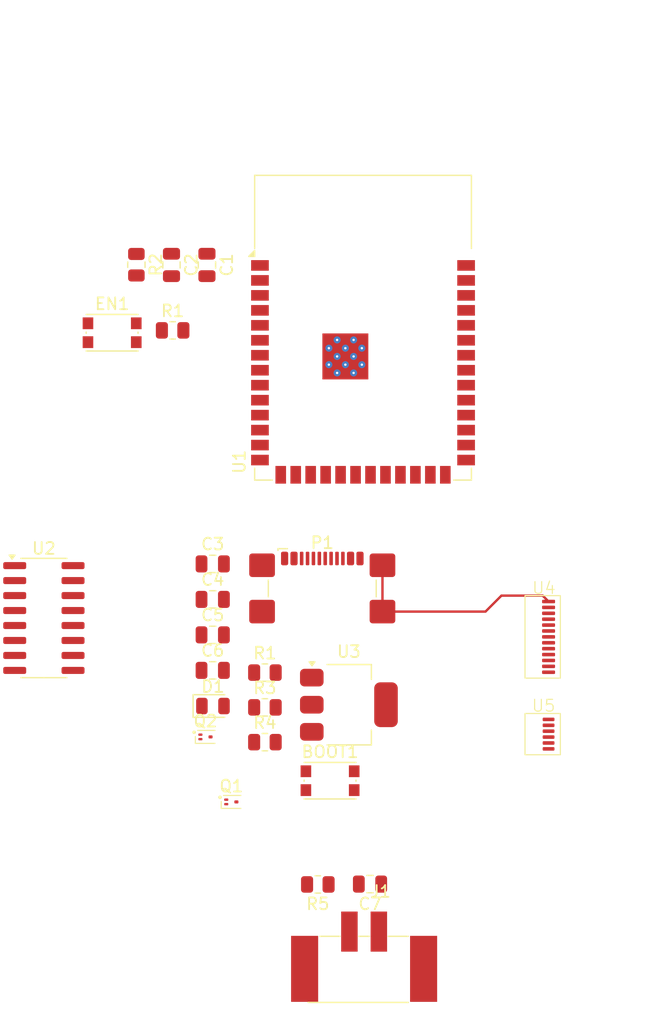
<source format=kicad_pcb>
(kicad_pcb (version 20240108) (generator "pcbnew") (generator_version "8.0")
  (layers (0 "F.Cu" signal) (31 "B.Cu" signal) (34 "B.Paste" user) (35 "F.Paste" user) (36 "B.SilkS" user "B.Silkscreen") (37 "F.SilkS" user "F.Silkscreen") (38 "B.Mask" user) (39 "F.Mask" user) (44 "Edge.Cuts" user))
  (net 0 "")
  (net 2 "3v3")
  (net 12 "Net-(J1-Pin_2)")
  (net 14 "Net-(J1-Pin_1)")
  (net 15 "Net-(U4-LEDA)")
  (net 16 "MCU_TX0")
  (net 21 "MCU_RX0")
  (net 23 "FSPI_CS")
  (net 28 "TFT_DC")
  (net 34 "TOUCH_INT")
  (net 35 "FSPID_MOSI")
  (net 37 "MCU_EN")
  (net 38 "GND")
  (net 39 "Net-(EN1-Pad1)")
  (net 47 "IO0")
  (net 48 "Net-(U2-V3)")
  (net 49 "Net-(D1-A)")
  (net 50 "VBUS")
  (net 53 "Net-(Q2-E)")
  (net 54 "Net-(Q2-B)")
  (net 55 "Net-(Q1-E)")
  (net 56 "Net-(Q1-B)")
  (net 57 "Net-(P1-D-)")
  (net 58 "Net-(P1-D+)")
  (net 59 "FSPI_CLK")
  (net 60 "FT0x05_SDA")
  (net 61 "FT0x05_SCL")
  (footprint "Resistor_SMD:R_0805_2012Metric" (layer "F.Cu") (at 149.0875 86.5)
    (property "Reference" "R1" (at 0 -1.65 0) (layer "F.SilkS"))
    (property "Value" "R")
    (fp_line (start -0.227064 -0.735) (end 0.227064 -0.735) (stroke (width 0.12)) (layer "F.SilkS"))
    (fp_line (start -0.227064 0.735) (end 0.227064 0.735) (stroke (width 0.12)) (layer "F.SilkS"))
    (pad "1" smd roundrect (at -0.9125 0) (size 1.025 1.4) (layers "F.Cu" "F.Paste" "F.Mask") (roundrect_rratio 0.243902) (net 39 "Net-(EN1-Pad1)"))
    (pad "2" smd roundrect (at 0.9125 0) (size 1.025 1.4) (layers "F.Cu" "F.Paste" "F.Mask") (roundrect_rratio 0.243902) (net 37 "MCU_EN"))
  )
  (footprint "Capacitor_SMD:C_0805_2012Metric" (layer "F.Cu") (at 152.49 109.32)
    (property "Reference" "C4" (at 0 -1.68 0) (layer "F.SilkS"))
    (property "Value" "0.1u")
    (fp_line (start -0.261252 -0.735) (end 0.261252 -0.735) (stroke (width 0.12)) (layer "F.SilkS"))
    (fp_line (start -0.261252 0.735) (end 0.261252 0.735) (stroke (width 0.12)) (layer "F.SilkS"))
    (pad "1" smd roundrect (at -0.95 0) (size 1 1.45) (layers "F.Cu" "F.Paste" "F.Mask") (net 38 "GND"))
    (pad "2" smd roundrect (at 0.95 0) (size 1 1.45) (layers "F.Cu" "F.Paste" "F.Mask") (net 48 "Net-(U2-V3)"))
  )
  (footprint "Capacitor_SMD:C_0805_2012Metric" (layer "F.Cu") (at 152 80.95 -90)
    (property "Reference" "C1" (at 0 -1.68 90) (layer "F.SilkS"))
    (property "Value" "0.1u")
    (fp_line (start -0.261252 0.735) (end 0.261252 0.735) (stroke (width 0.12)) (layer "F.SilkS"))
    (fp_line (start -0.261252 -0.735) (end 0.261252 -0.735) (stroke (width 0.12)) (layer "F.SilkS"))
    (pad "1" smd roundrect (at -0.95 0 270) (size 1 1.45) (layers "F.Cu" "F.Paste" "F.Mask") (net 2 "3v3"))
    (pad "2" smd roundrect (at 0.95 0 270) (size 1 1.45) (layers "F.Cu" "F.Paste" "F.Mask") (net 38 "GND"))
  )
  (footprint "RF_Module:ESP32-S3-WROOM-1" (layer "F.Cu") (at 165.25 86.25)
    (property "Reference" "U1" (at -10.5 11.4 90) (layer "F.SilkS"))
    (property "Value" "ESP32-S3-WROOM-1")
    (fp_line (start -9.2 -12.9) (end -9.2 -6.7) (stroke (width 0.12)) (layer "F.SilkS"))
    (fp_line (start -9.2 -12.9) (end 9.2 -12.9) (stroke (width 0.12)) (layer "F.SilkS"))
    (fp_line (start -9.2 11.95) (end -9.2 12.95) (stroke (width 0.12)) (layer "F.SilkS"))
    (fp_line (start -9.2 12.95) (end -7.7 12.95) (stroke (width 0.12)) (layer "F.SilkS"))
    (fp_line (start 9.2 -12.9) (end 9.2 -6.7) (stroke (width 0.12)) (layer "F.SilkS"))
    (fp_line (start 9.2 12.95) (end 7.7 12.95) (stroke (width 0.12)) (layer "F.SilkS"))
    (fp_line (start 9.2 12.95) (end 9.2 11.95) (stroke (width 0.12)) (layer "F.SilkS"))
    (fp_poly (pts (xy -9.2 -6.025) (xy -9.7 -6.025) (xy -9.2 -6.525) (xy -9.2 -6.025)) (stroke (width 0.12)) (fill solid) (layer "F.SilkS"))
    (pad "1" smd rect (at -8.75 -5.26) (size 1.5 0.9) (layers "F.Cu" "F.Paste" "F.Mask") (net 38 "GND"))
    (pad "2" smd rect (at -8.75 -3.99) (size 1.5 0.9) (layers "F.Cu" "F.Paste" "F.Mask") (net 2 "3v3"))
    (pad "3" smd rect (at -8.75 -2.72) (size 1.5 0.9) (layers "F.Cu" "F.Paste" "F.Mask") (net 37 "MCU_EN"))
    (pad "4" smd rect (at -8.75 -1.45) (size 1.5 0.9) (layers "F.Cu" "F.Paste" "F.Mask"))
    (pad "5" smd rect (at -8.75 -0.18) (size 1.5 0.9) (layers "F.Cu" "F.Paste" "F.Mask"))
    (pad "6" smd rect (at -8.75 1.09) (size 1.5 0.9) (layers "F.Cu" "F.Paste" "F.Mask"))
    (pad "7" smd rect (at -8.75 2.36) (size 1.5 0.9) (layers "F.Cu" "F.Paste" "F.Mask"))
    (pad "8" smd rect (at -8.75 3.63) (size 1.5 0.9) (layers "F.Cu" "F.Paste" "F.Mask"))
    (pad "9" smd rect (at -8.75 4.9) (size 1.5 0.9) (layers "F.Cu" "F.Paste" "F.Mask"))
    (pad "10" smd rect (at -8.75 6.17) (size 1.5 0.9) (layers "F.Cu" "F.Paste" "F.Mask"))
    (pad "11" smd rect (at -8.75 7.44) (size 1.5 0.9) (layers "F.Cu" "F.Paste" "F.Mask"))
    (pad "12" smd rect (at -8.75 8.71) (size 1.5 0.9) (layers "F.Cu" "F.Paste" "F.Mask"))
    (pad "13" smd rect (at -8.75 9.98) (size 1.5 0.9) (layers "F.Cu" "F.Paste" "F.Mask") (net 61 "FT0x05_SCL"))
    (pad "14" smd rect (at -8.75 11.25 180) (size 1.5 0.9) (layers "F.Cu" "F.Paste" "F.Mask") (net 60 "FT0x05_SDA"))
    (pad "15" smd rect (at -6.985 12.5 270) (size 1.5 0.9) (layers "F.Cu" "F.Paste" "F.Mask"))
    (pad "16" smd rect (at -5.715 12.5 270) (size 1.5 0.9) (layers "F.Cu" "F.Paste" "F.Mask"))
    (pad "17" smd rect (at -4.445 12.5 270) (size 1.5 0.9) (layers "F.Cu" "F.Paste" "F.Mask"))
    (pad "18" smd rect (at -3.175 12.5 270) (size 1.5 0.9) (layers "F.Cu" "F.Paste" "F.Mask") (net 23 "FSPI_CS"))
    (pad "19" smd rect (at -1.905 12.5 270) (size 1.5 0.9) (layers "F.Cu" "F.Paste" "F.Mask") (net 35 "FSPID_MOSI"))
    (pad "20" smd rect (at -0.635 12.5 270) (size 1.5 0.9) (layers "F.Cu" "F.Paste" "F.Mask") (net 59 "FSPI_CLK"))
    (pad "21" smd rect (at 0.635 12.5 270) (size 1.5 0.9) (layers "F.Cu" "F.Paste" "F.Mask"))
    (pad "22" smd rect (at 1.905 12.5 270) (size 1.5 0.9) (layers "F.Cu" "F.Paste" "F.Mask"))
    (pad "23" smd rect (at 3.175 12.5 270) (size 1.5 0.9) (layers "F.Cu" "F.Paste" "F.Mask"))
    (pad "24" smd rect (at 4.445 12.5 270) (size 1.5 0.9) (layers "F.Cu" "F.Paste" "F.Mask"))
    (pad "25" smd rect (at 5.715 12.5 270) (size 1.5 0.9) (layers "F.Cu" "F.Paste" "F.Mask"))
    (pad "26" smd rect (at 6.985 12.5 270) (size 1.5 0.9) (layers "F.Cu" "F.Paste" "F.Mask"))
    (pad "27" smd rect (at 8.75 11.25) (size 1.5 0.9) (layers "F.Cu" "F.Paste" "F.Mask") (net 47 "IO0"))
    (pad "28" smd rect (at 8.75 9.98) (size 1.5 0.9) (layers "F.Cu" "F.Paste" "F.Mask"))
    (pad "29" smd rect (at 8.75 8.71) (size 1.5 0.9) (layers "F.Cu" "F.Paste" "F.Mask"))
    (pad "30" smd rect (at 8.75 7.44) (size 1.5 0.9) (layers "F.Cu" "F.Paste" "F.Mask"))
    (pad "31" smd rect (at 8.75 6.17) (size 1.5 0.9) (layers "F.Cu" "F.Paste" "F.Mask") (net 34 "TOUCH_INT"))
    (pad "32" smd rect (at 8.75 4.9) (size 1.5 0.9) (layers "F.Cu" "F.Paste" "F.Mask"))
    (pad "33" smd rect (at 8.75 3.63) (size 1.5 0.9) (layers "F.Cu" "F.Paste" "F.Mask"))
    (pad "34" smd rect (at 8.75 2.36) (size 1.5 0.9) (layers "F.Cu" "F.Paste" "F.Mask"))
    (pad "35" smd rect (at 8.75 1.09) (size 1.5 0.9) (layers "F.Cu" "F.Paste" "F.Mask"))
    (pad "36" smd rect (at 8.75 -0.18) (size 1.5 0.9) (layers "F.Cu" "F.Paste" "F.Mask") (net 21 "MCU_RX0"))
    (pad "37" smd rect (at 8.75 -1.45) (size 1.5 0.9) (layers "F.Cu" "F.Paste" "F.Mask") (net 16 "MCU_TX0"))
    (pad "38" smd rect (at 8.75 -2.72) (size 1.5 0.9) (layers "F.Cu" "F.Paste" "F.Mask") (net 28 "TFT_DC"))
    (pad "39" smd rect (at 8.75 -3.99) (size 1.5 0.9) (layers "F.Cu" "F.Paste" "F.Mask"))
    (pad "40" smd rect (at 8.75 -5.26) (size 1.5 0.9) (layers "F.Cu" "F.Paste" "F.Mask") (net 38 "GND"))
    (pad "41" thru_hole circle (at -2.9 1.76 90) (size 0.6 0.6) (drill 0.2) (property pad_prop_heatsink) (layers "*.Cu" "F.Mask") (net 38 "GND"))
    (pad "41" thru_hole circle (at -2.9 3.16) (size 0.6 0.6) (drill 0.2) (property pad_prop_heatsink) (layers "*.Cu" "F.Mask") (net 38 "GND"))
    (pad "41" thru_hole circle (at -2.2 1.06) (size 0.6 0.6) (drill 0.2) (property pad_prop_heatsink) (layers "*.Cu" "F.Mask") (net 38 "GND"))
    (pad "41" thru_hole circle (at -2.2 2.46) (size 0.6 0.6) (drill 0.2) (property pad_prop_heatsink) (layers "*.Cu" "F.Mask") (net 38 "GND"))
    (pad "41" thru_hole circle (at -2.2 3.86) (size 0.6 0.6) (drill 0.2) (property pad_prop_heatsink) (layers "*.Cu" "F.Mask") (net 38 "GND"))
    (pad "41" thru_hole circle (at -1.5 1.76) (size 0.6 0.6) (drill 0.2) (property pad_prop_heatsink) (layers "*.Cu" "F.Mask") (net 38 "GND"))
    (pad "41" smd rect (at -1.5 2.46 270) (size 3.9 3.9) (layers "F.Cu" "F.Mask") (net 38 "GND"))
    (pad "41" thru_hole circle (at -1.5 3.16) (size 0.6 0.6) (drill 0.2) (property pad_prop_heatsink) (layers "*.Cu" "F.Mask") (net 38 "GND"))
    (pad "41" thru_hole circle (at -0.8 1.06) (size 0.6 0.6) (drill 0.2) (property pad_prop_heatsink) (layers "*.Cu" "F.Mask") (net 38 "GND"))
    (pad "41" thru_hole circle (at -0.8 2.46) (size 0.6 0.6) (drill 0.2) (property pad_prop_heatsink) (layers "*.Cu" "F.Mask") (net 38 "GND"))
    (pad "41" thru_hole circle (at -0.8 3.86) (size 0.6 0.6) (drill 0.2) (property pad_prop_heatsink) (layers "*.Cu" "F.Mask") (net 38 "GND"))
    (pad "41" thru_hole circle (at -0.1 1.76) (size 0.6 0.6) (drill 0.2) (property pad_prop_heatsink) (layers "*.Cu" "F.Mask") (net 38 "GND"))
    (pad "41" thru_hole circle (at -0.1 3.16) (size 0.6 0.6) (drill 0.2) (property pad_prop_heatsink) (layers "*.Cu" "F.Mask") (net 38 "GND"))
  )
  (footprint "ips_lcd_14_pin:fpc_14_0.5" (layer "F.Cu") (at 182 112.5)
    (property "Reference" "U4" (at -1.393142 -4.144339 0) (layer "F.SilkS") (effects (font (thickness 0.1))))
    (property "Value" "~" (hide yes))
    (fp_rect (start -3 -3.5) (end 0 3.5) (stroke (width 0.1)) (fill none) (layer "F.SilkS"))
    (pad "1" smd roundrect (at -1 -3) (size 1.1 0.3) (layers "F.Cu" "F.Paste" "F.Mask") (net 38 "GND") (clearance 0.06))
    (pad "2" smd roundrect (at -1 -2.5) (size 1.1 0.3) (layers "F.Cu" "F.Paste" "F.Mask") (net 35 "FSPID_MOSI") (clearance 0.06))
    (pad "3" smd roundrect (at -1 -2) (size 1.1 0.3) (layers "F.Cu" "F.Paste" "F.Mask") (net 59 "FSPI_CLK") (clearance 0.06))
    (pad "4" smd roundrect (at -1 -1.5) (size 1.1 0.3) (layers "F.Cu" "F.Paste" "F.Mask") (net 28 "TFT_DC") (clearance 0.06))
    (pad "5" smd roundrect (at -1 -1) (size 1.1 0.3) (layers "F.Cu" "F.Paste" "F.Mask") (net 23 "FSPI_CS") (clearance 0.06))
    (pad "6" smd roundrect (at -1 -0.5) (size 1.1 0.3) (layers "F.Cu" "F.Paste" "F.Mask") (net 37 "MCU_EN") (clearance 0.06))
    (pad "7" smd roundrect (at -1 0) (size 1.1 0.3) (layers "F.Cu" "F.Paste" "F.Mask") (net 38 "GND") (clearance 0.06))
    (pad "8" smd roundrect (at -1 0.5) (size 1.1 0.3) (layers "F.Cu" "F.Paste" "F.Mask") (net 2 "3v3") (clearance 0.06))
    (pad "9" smd roundrect (at -1 1) (size 1.1 0.3) (layers "F.Cu" "F.Paste" "F.Mask") (net 2 "3v3") (clearance 0.06))
    (pad "10" smd roundrect (at -1 1.5) (size 1.1 0.3) (layers "F.Cu" "F.Paste" "F.Mask") (clearance 0.06))
    (pad "11" smd roundrect (at -1 2) (size 1.1 0.3) (layers "F.Cu" "F.Paste" "F.Mask") (net 15 "Net-(U4-LEDA)") (clearance 0.06))
    (pad "12" smd roundrect (at -1 2.5) (size 1.1 0.3) (layers "F.Cu" "F.Paste" "F.Mask") (net 12 "Net-(J1-Pin_2)") (clearance 0.06))
    (pad "13" smd roundrect (at -1 3) (size 1.1 0.3) (layers "F.Cu" "F.Paste" "F.Mask") (clearance 0.06))
  )
  (footprint "Button_Switch_SMD:SW_Push_1P1T_NO_CK_KMR2" (layer "F.Cu") (at 143.95 86.7)
    (property "Reference" "EN1" (at 0 -2.45 0) (layer "F.SilkS"))
    (property "Value" "EN")
    (fp_line (start -2.2 0.05) (end -2.2 -0.05) (stroke (width 0.12)) (layer "F.SilkS"))
    (fp_line (start -2.2 1.55) (end 2.2 1.55) (stroke (width 0.12)) (layer "F.SilkS"))
    (fp_line (start 2.2 -1.55) (end -2.2 -1.55) (stroke (width 0.12)) (layer "F.SilkS"))
    (fp_line (start 2.2 0.05) (end 2.2 -0.05) (stroke (width 0.12)) (layer "F.SilkS"))
    (pad "1" smd rect (at -2.05 -0.8) (size 0.9 1) (layers "F.Cu" "F.Paste" "F.Mask") (net 37 "MCU_EN"))
    (pad "1" smd rect (at 2.05 -0.8) (size 0.9 1) (layers "F.Cu" "F.Paste" "F.Mask") (net 37 "MCU_EN"))
    (pad "2" smd rect (at -2.05 0.8) (size 0.9 1) (layers "F.Cu" "F.Paste" "F.Mask") (net 38 "GND"))
    (pad "2" smd rect (at 2.05 0.8) (size 0.9 1) (layers "F.Cu" "F.Paste" "F.Mask") (net 38 "GND"))
  )
  (footprint "Resistor_SMD:R_0805_2012Metric" (layer "F.Cu") (at 156.92 121.43)
    (property "Reference" "R4" (at 0 -1.65 0) (layer "F.SilkS"))
    (property "Value" "10k")
    (fp_line (start -0.227064 -0.735) (end 0.227064 -0.735) (stroke (width 0.12)) (layer "F.SilkS"))
    (fp_line (start -0.227064 0.735) (end 0.227064 0.735) (stroke (width 0.12)) (layer "F.SilkS"))
    (pad "1" smd roundrect (at -0.9125 0) (size 1.025 1.4) (layers "F.Cu" "F.Paste" "F.Mask") (roundrect_rratio 0.243902) (net 47 "IO0"))
    (pad "2" smd roundrect (at 0.9125 0) (size 1.025 1.4) (layers "F.Cu" "F.Paste" "F.Mask") (roundrect_rratio 0.243902) (net 2 "3v3"))
  )
  (footprint "Resistor_SMD:R_0805_2012Metric" (layer "F.Cu") (at 156.92 118.48)
    (property "Reference" "R3" (at 0 -1.65 0) (layer "F.SilkS"))
    (property "Value" "10k")
    (fp_line (start -0.227064 -0.735) (end 0.227064 -0.735) (stroke (width 0.12)) (layer "F.SilkS"))
    (fp_line (start -0.227064 0.735) (end 0.227064 0.735) (stroke (width 0.12)) (layer "F.SilkS"))
    (pad "1" smd roundrect (at -0.9125 0) (size 1.025 1.4) (layers "F.Cu" "F.Paste" "F.Mask") (roundrect_rratio 0.243902) (net 56 "Net-(Q1-B)"))
    (pad "2" smd roundrect (at 0.9125 0) (size 1.025 1.4) (layers "F.Cu" "F.Paste" "F.Mask") (roundrect_rratio 0.243902) (net 53 "Net-(Q2-E)"))
  )
  (footprint "Capacitor_SMD:C_0805_2012Metric" (layer "F.Cu") (at 165.8425 133.47 180)
    (property "Reference" "C7" (at 0 -1.68 180) (layer "F.SilkS"))
    (property "Value" "10u")
    (fp_line (start -0.261252 0.735) (end 0.261252 0.735) (stroke (width 0.12)) (layer "F.SilkS"))
    (fp_line (start -0.261252 -0.735) (end 0.261252 -0.735) (stroke (width 0.12)) (layer "F.SilkS"))
    (pad "1" smd roundrect (at -0.95 0 180) (size 1 1.45) (layers "F.Cu" "F.Paste" "F.Mask") (net 38 "GND"))
    (pad "2" smd roundrect (at 0.95 0 180) (size 1 1.45) (layers "F.Cu" "F.Paste" "F.Mask") (net 50 "VBUS"))
  )
  (footprint "Capacitor_SMD:C_0805_2012Metric" (layer "F.Cu") (at 152.49 112.33)
    (property "Reference" "C5" (at 0 -1.68 0) (layer "F.SilkS"))
    (property "Value" "0.1u")
    (fp_line (start -0.261252 -0.735) (end 0.261252 -0.735) (stroke (width 0.12)) (layer "F.SilkS"))
    (fp_line (start -0.261252 0.735) (end 0.261252 0.735) (stroke (width 0.12)) (layer "F.SilkS"))
    (pad "1" smd roundrect (at -0.95 0) (size 1 1.45) (layers "F.Cu" "F.Paste" "F.Mask") (net 38 "GND"))
    (pad "2" smd roundrect (at 0.95 0) (size 1 1.45) (layers "F.Cu" "F.Paste" "F.Mask") (net 2 "3v3"))
  )
  (footprint "TerminalBlock_Phoenix:TerminalBlock_Phoenix_PTSM-0,5-2-2,5-V-SMD_1x02-1MP_P2.50mm_Vertical" (layer "F.Cu") (at 165.3425 139.63 180)
    (property "Reference" "J1" (at -1.4 5.53 180) (layer "F.SilkS"))
    (property "Value" "Conn_01x02_Pin")
    (fp_line (start 3.75 1.73) (end 2.05 1.73) (stroke (width 0.12)) (layer "F.SilkS"))
    (fp_line (start 0.45 1.73) (end -0.45 1.73) (stroke (width 0.12)) (layer "F.SilkS"))
    (fp_line (start -2.05 1.73) (end -3.75 1.73) (stroke (width 0.12)) (layer "F.SilkS"))
    (fp_line (start -3.75 -3.88) (end 4.75 -3.88) (stroke (width 0.12)) (layer "F.SilkS"))
    (pad "1" smd rect (at -1.25 2.13) (size 1.4 3.4) (layers "F.Cu" "F.Paste" "F.Mask") (net 14 "Net-(J1-Pin_1)"))
    (pad "2" smd rect (at 1.25 2.13) (size 1.4 3.4) (layers "F.Cu" "F.Paste" "F.Mask") (net 12 "Net-(J1-Pin_2)"))
    (pad "MP" smd rect (at -5.05 -1.03) (size 2.3 5.6) (layers "F.Cu" "F.Paste" "F.Mask"))
    (pad "MP" smd rect (at 5.05 -1.03) (size 2.3 5.6) (layers "F.Cu" "F.Paste" "F.Mask"))
  )
  (footprint "Package_TO_SOT_SMD:SOT-1123" (layer "F.Cu") (at 154.07 126.5)
    (property "Reference" "Q1" (at 0 -1.34 0) (layer "F.SilkS"))
    (property "Value" "NPN")
    (fp_line (start -0.86 -0.04) (end -0.86 0.55) (stroke (width 0.1)) (layer "F.SilkS"))
    (fp_line (start -0.86 0.55) (end 0.81 0.55) (stroke (width 0.1)) (layer "F.SilkS"))
    (fp_line (start 0.81 -0.55) (end -0.66 -0.55) (stroke (width 0.1)) (layer "F.SilkS"))
    (fp_circle (center -0.96 -0.39) (end -0.81 -0.39) (fill solid) (layer "F.SilkS"))
    (pad "1" smd roundrect (at -0.43 -0.19) (size 0.34 0.2) (layers "F.Cu" "F.Paste" "F.Mask") (net 47 "IO0"))
    (pad "2" smd roundrect (at -0.43 0.19) (size 0.34 0.2) (layers "F.Cu" "F.Paste" "F.Mask") (net 56 "Net-(Q1-B)"))
    (pad "3" smd roundrect (at 0.43 0) (size 0.34 0.26) (layers "F.Cu" "F.Paste" "F.Mask") (net 55 "Net-(Q1-E)"))
  )
  (footprint "Capacitor_SMD:C_0805_2012Metric" (layer "F.Cu") (at 148.99 80.95 -90)
    (property "Reference" "C2" (at 0 -1.68 90) (layer "F.SilkS"))
    (property "Value" "10u")
    (fp_line (start -0.261252 0.735) (end 0.261252 0.735) (stroke (width 0.12)) (layer "F.SilkS"))
    (fp_line (start -0.261252 -0.735) (end 0.261252 -0.735) (stroke (width 0.12)) (layer "F.SilkS"))
    (pad "1" smd roundrect (at -0.95 0 270) (size 1 1.45) (layers "F.Cu" "F.Paste" "F.Mask") (net 2 "3v3"))
    (pad "2" smd roundrect (at 0.95 0 270) (size 1 1.45) (layers "F.Cu" "F.Paste" "F.Mask") (net 38 "GND"))
  )
  (footprint "Package_SO:SOIC-16_3.9x9.9mm_P1.27mm" (layer "F.Cu") (at 138.1575 110.9)
    (property "Reference" "U2" (at 0 -5.9 0) (layer "F.SilkS"))
    (property "Value" "CH340C")
    (fp_line (start 0 -5.06) (end -1.95 -5.06) (stroke (width 0.12)) (layer "F.SilkS"))
    (fp_line (start 0 -5.06) (end 1.95 -5.06) (stroke (width 0.12)) (layer "F.SilkS"))
    (fp_line (start 0 5.06) (end -1.95 5.06) (stroke (width 0.12)) (layer "F.SilkS"))
    (fp_line (start 0 5.06) (end 1.95 5.06) (stroke (width 0.12)) (layer "F.SilkS"))
    (fp_poly (pts (xy -2.7 -5.005) (xy -2.94 -5.335) (xy -2.46 -5.335) (xy -2.7 -5.005)) (stroke (width 0.12)) (fill solid) (layer "F.SilkS"))
    (pad "1" smd roundrect (at -2.475 -4.445) (size 1.95 0.6) (layers "F.Cu" "F.Paste" "F.Mask") (net 38 "GND"))
    (pad "2" smd roundrect (at -2.475 -3.175) (size 1.95 0.6) (layers "F.Cu" "F.Paste" "F.Mask") (net 21 "MCU_RX0"))
    (pad "3" smd roundrect (at -2.475 -1.905) (size 1.95 0.6) (layers "F.Cu" "F.Paste" "F.Mask") (net 16 "MCU_TX0"))
    (pad "4" smd roundrect (at -2.475 -0.635) (size 1.95 0.6) (layers "F.Cu" "F.Paste" "F.Mask") (net 48 "Net-(U2-V3)"))
    (pad "5" smd roundrect (at -2.475 0.635) (size 1.95 0.6) (layers "F.Cu" "F.Paste" "F.Mask") (net 58 "Net-(P1-D+)"))
    (pad "6" smd roundrect (at -2.475 1.905) (size 1.95 0.6) (layers "F.Cu" "F.Paste" "F.Mask") (net 57 "Net-(P1-D-)"))
    (pad "7" smd roundrect (at -2.475 3.175) (size 1.95 0.6) (layers "F.Cu" "F.Paste" "F.Mask"))
    (pad "8" smd roundrect (at -2.475 4.445) (size 1.95 0.6) (layers "F.Cu" "F.Paste" "F.Mask"))
    (pad "9" smd roundrect (at 2.475 4.445) (size 1.95 0.6) (layers "F.Cu" "F.Paste" "F.Mask"))
    (pad "10" smd roundrect (at 2.475 3.175) (size 1.95 0.6) (layers "F.Cu" "F.Paste" "F.Mask"))
    (pad "11" smd roundrect (at 2.475 1.905) (size 1.95 0.6) (layers "F.Cu" "F.Paste" "F.Mask"))
    (pad "12" smd roundrect (at 2.475 0.635) (size 1.95 0.6) (layers "F.Cu" "F.Paste" "F.Mask"))
    (pad "13" smd roundrect (at 2.475 -0.635) (size 1.95 0.6) (layers "F.Cu" "F.Paste" "F.Mask") (net 55 "Net-(Q1-E)"))
    (pad "14" smd roundrect (at 2.475 -1.905) (size 1.95 0.6) (layers "F.Cu" "F.Paste" "F.Mask") (net 53 "Net-(Q2-E)"))
    (pad "15" smd roundrect (at 2.475 -3.175) (size 1.95 0.6) (layers "F.Cu" "F.Paste" "F.Mask"))
    (pad "16" smd roundrect (at 2.475 -4.445) (size 1.95 0.6) (layers "F.Cu" "F.Paste" "F.Mask") (net 2 "3v3"))
  )
  (footprint "Package_TO_SOT_SMD:SOT-223-3_TabPin2" (layer "F.Cu") (at 164.05 118.255)
    (property "Reference" "U3" (at 0 -4.5 0) (layer "F.SilkS"))
    (property "Value" "AMS1117-3.3")
    (fp_line (start -1.85 -3.41) (end 1.91 -3.41) (stroke (width 0.12)) (layer "F.SilkS"))
    (fp_line (start -1.85 3.41) (end 1.91 3.41) (stroke (width 0.12)) (layer "F.SilkS"))
    (fp_line (start 1.91 -3.41) (end 1.91 -2.15) (stroke (width 0.12)) (layer "F.SilkS"))
    (fp_line (start 1.91 3.41) (end 1.91 2.15) (stroke (width 0.12)) (layer "F.SilkS"))
    (fp_poly (pts (xy -3.13 -3.31) (xy -3.37 -3.64) (xy -2.89 -3.64) (xy -3.13 -3.31)) (stroke (width 0.12)) (fill solid) (layer "F.SilkS"))
    (pad "1" smd roundrect (at -3.15 -2.3) (size 2 1.5) (layers "F.Cu" "F.Paste" "F.Mask") (net 38 "GND"))
    (pad "2" smd roundrect (at -3.15 0) (size 2 1.5) (layers "F.Cu" "F.Paste" "F.Mask") (net 2 "3v3"))
    (pad "2" smd roundrect (at 3.15 0) (size 2 3.8) (layers "F.Cu" "F.Paste" "F.Mask") (net 2 "3v3"))
    (pad "3" smd roundrect (at -3.15 2.3) (size 2 1.5) (layers "F.Cu" "F.Paste" "F.Mask") (net 50 "VBUS"))
  )
  (footprint "Capacitor_SMD:C_0805_2012Metric" (layer "F.Cu") (at 152.49 106.31)
    (property "Reference" "C3" (at 0 -1.68 0) (layer "F.SilkS"))
    (property "Value" "0.1u")
    (fp_line (start -0.261252 -0.735) (end 0.261252 -0.735) (stroke (width 0.12)) (layer "F.SilkS"))
    (fp_line (start -0.261252 0.735) (end 0.261252 0.735) (stroke (width 0.12)) (layer "F.SilkS"))
    (pad "1" smd roundrect (at -0.95 0) (size 1 1.45) (layers "F.Cu" "F.Paste" "F.Mask") (net 38 "GND"))
    (pad "2" smd roundrect (at 0.95 0) (size 1 1.45) (layers "F.Cu" "F.Paste" "F.Mask") (net 2 "3v3"))
  )
  (footprint "Resistor_SMD:R_0805_2012Metric" (layer "F.Cu") (at 156.92 115.53)
    (property "Reference" "R1" (at 0 -1.65 0) (layer "F.SilkS"))
    (property "Value" "10k")
    (fp_line (start -0.227064 -0.735) (end 0.227064 -0.735) (stroke (width 0.12)) (layer "F.SilkS"))
    (fp_line (start -0.227064 0.735) (end 0.227064 0.735) (stroke (width 0.12)) (layer "F.SilkS"))
    (pad "1" smd roundrect (at -0.9125 0) (size 1.025 1.4) (layers "F.Cu" "F.Paste" "F.Mask") (roundrect_rratio 0.243902) (net 55 "Net-(Q1-E)"))
    (pad "2" smd roundrect (at 0.9125 0) (size 1.025 1.4) (layers "F.Cu" "F.Paste" "F.Mask") (roundrect_rratio 0.243902) (net 54 "Net-(Q2-B)"))
  )
  (footprint "Diode_SMD:D_0805_2012Metric" (layer "F.Cu") (at 152.51 118.365)
    (property "Reference" "D1" (at 0 -1.65 0) (layer "F.SilkS"))
    (property "Value" "D")
    (fp_line (start -1.685 -0.96) (end -1.685 0.96) (stroke (width 0.12)) (layer "F.SilkS"))
    (fp_line (start -1.685 0.96) (end 1 0.96) (stroke (width 0.12)) (layer "F.SilkS"))
    (fp_line (start 1 -0.96) (end -1.685 -0.96) (stroke (width 0.12)) (layer "F.SilkS"))
    (pad "1" smd roundrect (at -0.9375 0) (size 0.975 1.4) (layers "F.Cu" "F.Paste" "F.Mask") (net 50 "VBUS"))
    (pad "2" smd roundrect (at 0.9375 0) (size 0.975 1.4) (layers "F.Cu" "F.Paste" "F.Mask") (net 49 "Net-(D1-A)"))
  )
  (footprint "Button_Switch_SMD:SW_Push_1P1T_NO_CK_KMR2" (layer "F.Cu") (at 162.45 124.7)
    (property "Reference" "BOOT1" (at 0 -2.45 0) (layer "F.SilkS"))
    (property "Value" "BOOT")
    (fp_line (start -2.2 0.05) (end -2.2 -0.05) (stroke (width 0.12)) (layer "F.SilkS"))
    (fp_line (start -2.2 1.55) (end 2.2 1.55) (stroke (width 0.12)) (layer "F.SilkS"))
    (fp_line (start 2.2 -1.55) (end -2.2 -1.55) (stroke (width 0.12)) (layer "F.SilkS"))
    (fp_line (start 2.2 0.05) (end 2.2 -0.05) (stroke (width 0.12)) (layer "F.SilkS"))
    (pad "1" smd rect (at -2.05 -0.8) (size 0.9 1) (layers "F.Cu" "F.Paste" "F.Mask") (net 47 "IO0"))
    (pad "1" smd rect (at 2.05 -0.8) (size 0.9 1) (layers "F.Cu" "F.Paste" "F.Mask") (net 47 "IO0"))
    (pad "2" smd rect (at -2.05 0.8) (size 0.9 1) (layers "F.Cu" "F.Paste" "F.Mask") (net 38 "GND"))
    (pad "2" smd rect (at 2.05 0.8) (size 0.9 1) (layers "F.Cu" "F.Paste" "F.Mask") (net 38 "GND"))
  )
  (footprint "Package_TO_SOT_SMD:SOT-1123" (layer "F.Cu") (at 151.875 120.985)
    (property "Reference" "Q2" (at 0 -1.34 0) (layer "F.SilkS"))
    (property "Value" "NPN")
    (fp_line (start -0.86 -0.04) (end -0.86 0.55) (stroke (width 0.1)) (layer "F.SilkS"))
    (fp_line (start -0.86 0.55) (end 0.81 0.55) (stroke (width 0.1)) (layer "F.SilkS"))
    (fp_line (start 0.81 -0.55) (end -0.66 -0.55) (stroke (width 0.1)) (layer "F.SilkS"))
    (fp_circle (center -0.96 -0.39) (end -0.81 -0.39) (fill solid) (layer "F.SilkS"))
    (pad "1" smd roundrect (at -0.43 -0.19) (size 0.34 0.2) (layers "F.Cu" "F.Paste" "F.Mask") (net 37 "MCU_EN"))
    (pad "2" smd roundrect (at -0.43 0.19) (size 0.34 0.2) (layers "F.Cu" "F.Paste" "F.Mask") (net 54 "Net-(Q2-B)"))
    (pad "3" smd roundrect (at 0.43 0) (size 0.34 0.26) (layers "F.Cu" "F.Paste" "F.Mask") (net 53 "Net-(Q2-E)"))
  )
  (footprint "Resistor_SMD:R_0805_2012Metric" (layer "F.Cu") (at 146.01 80.93 -90)
    (property "Reference" "R2" (at 0 -1.65 90) (layer "F.SilkS"))
    (property "Value" "10k")
    (fp_line (start -0.227064 0.735) (end 0.227064 0.735) (stroke (width 0.12)) (layer "F.SilkS"))
    (fp_line (start -0.227064 -0.735) (end 0.227064 -0.735) (stroke (width 0.12)) (layer "F.SilkS"))
    (pad "1" smd roundrect (at -0.9125 0 270) (size 1.025 1.4) (layers "F.Cu" "F.Paste" "F.Mask") (roundrect_rratio 0.243902) (net 37 "MCU_EN"))
    (pad "2" smd roundrect (at 0.9125 0 270) (size 1.025 1.4) (layers "F.Cu" "F.Paste" "F.Mask") (roundrect_rratio 0.243902) (net 2 "3v3"))
  )
  (footprint "Resistor_SMD:R_0805_2012Metric" (layer "F.Cu") (at 161.4125 133.5 180)
    (property "Reference" "R5" (at 0 -1.65 180) (layer "F.SilkS"))
    (property "Value" "15R")
    (fp_line (start -0.227064 0.735) (end 0.227064 0.735) (stroke (width 0.12)) (layer "F.SilkS"))
    (fp_line (start -0.227064 -0.735) (end 0.227064 -0.735) (stroke (width 0.12)) (layer "F.SilkS"))
    (pad "1" smd roundrect (at -0.9125 0 180) (size 1.025 1.4) (layers "F.Cu" "F.Paste" "F.Mask") (roundrect_rratio 0.243902) (net 15 "Net-(U4-LEDA)"))
    (pad "2" smd roundrect (at 0.9125 0 180) (size 1.025 1.4) (layers "F.Cu" "F.Paste" "F.Mask") (roundrect_rratio 0.243902) (net 14 "Net-(J1-Pin_1)"))
  )
  (footprint "Capacitor_SMD:C_0805_2012Metric" (layer "F.Cu") (at 152.49 115.34)
    (property "Reference" "C6" (at 0 -1.68 0) (layer "F.SilkS"))
    (property "Value" "10u")
    (fp_line (start -0.261252 -0.735) (end 0.261252 -0.735) (stroke (width 0.12)) (layer "F.SilkS"))
    (fp_line (start -0.261252 0.735) (end 0.261252 0.735) (stroke (width 0.12)) (layer "F.SilkS"))
    (pad "1" smd roundrect (at -0.95 0) (size 1 1.45) (layers "F.Cu" "F.Paste" "F.Mask") (net 38 "GND"))
    (pad "2" smd roundrect (at 0.95 0) (size 1 1.45) (layers "F.Cu" "F.Paste" "F.Mask") (net 2 "3v3"))
  )
  (footprint "ips_lcd_14_pin:FT0x05_I2C_Touch" (layer "F.Cu") (at 182 121)
    (property "Reference" "U5" (at -1.422477 -2.659425 0) (layer "F.SilkS") (effects (font (thickness 0.1))))
    (property "Value" "~" (hide yes))
    (fp_rect (start -3 -2) (end 0 1.5) (stroke (width 0.1)) (fill none) (layer "F.SilkS"))
    (pad "1" smd roundrect (at -1 -1.5) (size 1 0.3) (layers "F.Cu" "F.Paste" "F.Mask") (net 2 "3v3") (clearance 0.06))
    (pad "2" smd roundrect (at -1 -1) (size 1 0.3) (layers "F.Cu" "F.Paste" "F.Mask") (clearance 0.06))
    (pad "3" smd roundrect (at -1 -0.5) (size 1 0.3) (layers "F.Cu" "F.Paste" "F.Mask") (net 34 "TOUCH_INT") (clearance 0.06))
    (pad "4" smd roundrect (at -1 0) (size 1 0.3) (layers "F.Cu" "F.Paste" "F.Mask") (net 61 "FT0x05_SCL") (clearance 0.06))
    (pad "5" smd roundrect (at -1 0.5) (size 1 0.3) (layers "F.Cu" "F.Paste" "F.Mask") (net 60 "FT0x05_SDA") (clearance 0.06))
    (pad "6" smd roundrect (at -1 1) (size 1 0.3) (layers "F.Cu" "F.Paste" "F.Mask") (net 38 "GND") (clearance 0.06))
  )
  (footprint "Connector_USB:USB_C_Receptacle_GCT_USB4110" (layer "F.Cu") (at 161.79 109.53)
    (property "Reference" "P1" (at 0 -5.015 0) (layer "F.SilkS"))
    (property "Value" "USB_C_Plug_USB2.0")
    (fp_line (start -4.58 -0.435) (end -4.58 -1.845) (stroke (width 0.12)) (layer "F.SilkS"))
    (fp_line (start -3.76 -4.515) (end -3.76 -4.365) (stroke (width 0.12)) (layer "F.SilkS"))
    (fp_line (start -2.96 -4.515) (end -3.76 -4.515) (stroke (width 0.12)) (layer "F.SilkS"))
    (fp_line (start 4.58 -0.435) (end 4.58 -1.845) (stroke (width 0.12)) (layer "F.SilkS"))
    (pad "" np_thru_hole circle (at -2.89 -2.605) (size 0.65 0.65) (drill 0.65) (layers "F&B.Cu" "*.Mask"))
    (pad "" np_thru_hole circle (at 2.89 -2.605) (size 0.65 0.65) (drill 0.65) (layers "F&B.Cu" "*.Mask"))
    (pad "A1" smd roundrect (at -3.2 -3.68) (size 0.6 1.15) (layers "F.Cu" "F.Paste" "F.Mask") (net 38 "GND"))
    (pad "A4" smd roundrect (at -2.4 -3.68) (size 0.6 1.15) (layers "F.Cu" "F.Paste" "F.Mask") (net 49 "Net-(D1-A)"))
    (pad "A5" smd roundrect (at -1.25 -3.68) (size 0.3 1.15) (layers "F.Cu" "F.Paste" "F.Mask"))
    (pad "A6" smd roundrect (at -0.25 -3.68) (size 0.3 1.15) (layers "F.Cu" "F.Paste" "F.Mask") (net 58 "Net-(P1-D+)"))
    (pad "A7" smd roundrect (at 0.25 -3.68) (size 0.3 1.15) (layers "F.Cu" "F.Paste" "F.Mask") (net 57 "Net-(P1-D-)"))
    (pad "A8" smd roundrect (at 1.25 -3.68) (size 0.3 1.15) (layers "F.Cu" "F.Paste" "F.Mask"))
    (pad "A9" smd roundrect (at 2.4 -3.68) (size 0.6 1.15) (layers "F.Cu" "F.Paste" "F.Mask") (net 49 "Net-(D1-A)"))
    (pad "A12" smd roundrect (at 3.2 -3.68) (size 0.6 1.15) (layers "F.Cu" "F.Paste" "F.Mask") (net 38 "GND"))
    (pad "B1" smd roundrect (at 3.2 -3.68) (size 0.6 1.15) (layers "F.Cu" "F.Paste" "F.Mask") (net 38 "GND"))
    (pad "B4" smd roundrect (at 2.4 -3.68) (size 0.6 1.15) (layers "F.Cu" "F.Paste" "F.Mask") (net 49 "Net-(D1-A)"))
    (pad "B5" smd roundrect (at 1.75 -3.68) (size 0.3 1.15) (layers "F.Cu" "F.Paste" "F.Mask"))
    (pad "B6" smd roundrect (at 0.75 -3.68) (size 0.3 1.15) (layers "F.Cu" "F.Paste" "F.Mask"))
    (pad "B7" smd roundrect (at -0.75 -3.68) (size 0.3 1.15) (layers "F.Cu" "F.Paste" "F.Mask"))
    (pad "B8" smd roundrect (at -1.75 -3.68) (size 0.3 1.15) (layers "F.Cu" "F.Paste" "F.Mask"))
    (pad "B9" smd roundrect (at -2.4 -3.68) (size 0.6 1.15) (layers "F.Cu" "F.Paste" "F.Mask") (net 49 "Net-(D1-A)"))
    (pad "B12" smd roundrect (at -3.2 -3.68) (size 0.6 1.15) (layers "F.Cu" "F.Paste" "F.Mask") (net 38 "GND"))
    (pad "S1" smd roundrect (at -5.11 -3.105) (size 2.18 2) (layers "F.Cu" "F.Paste" "F.Mask") (roundrect_rratio 0.125) (net 38 "GND"))
    (pad "S1" smd roundrect (at -5.11 0.825) (size 2.18 2) (layers "F.Cu" "F.Paste" "F.Mask") (roundrect_rratio 0.125) (net 38 "GND"))
    (pad "S1" smd roundrect (at 5.11 -3.105) (size 2.18 2) (layers "F.Cu" "F.Paste" "F.Mask") (roundrect_rratio 0.125) (net 38 "GND"))
    (pad "S1" smd roundrect (at 5.11 0.825) (size 2.18 2) (layers "F.Cu" "F.Paste" "F.Mask") (roundrect_rratio 0.125) (net 38 "GND"))
  )
  (segment (start 166.9 106.425) (end 166.9 110.355) (width 0.2) (layer "F.Cu") (net 38))
  (segment (start 177 109) (end 180.5 109) (width 0.2) (layer "F.Cu") (net 38))
  (segment (start 180.5 109) (end 181 109.5) (width 0.2) (layer "F.Cu") (net 38))
  (segment (start 175.645 110.355) (end 177 109) (width 0.2) (layer "F.Cu") (net 38))
  (segment (start 166.9 110.355) (end 175.645 110.355) (width 0.2) (layer "F.Cu") (net 38))
)
</source>
